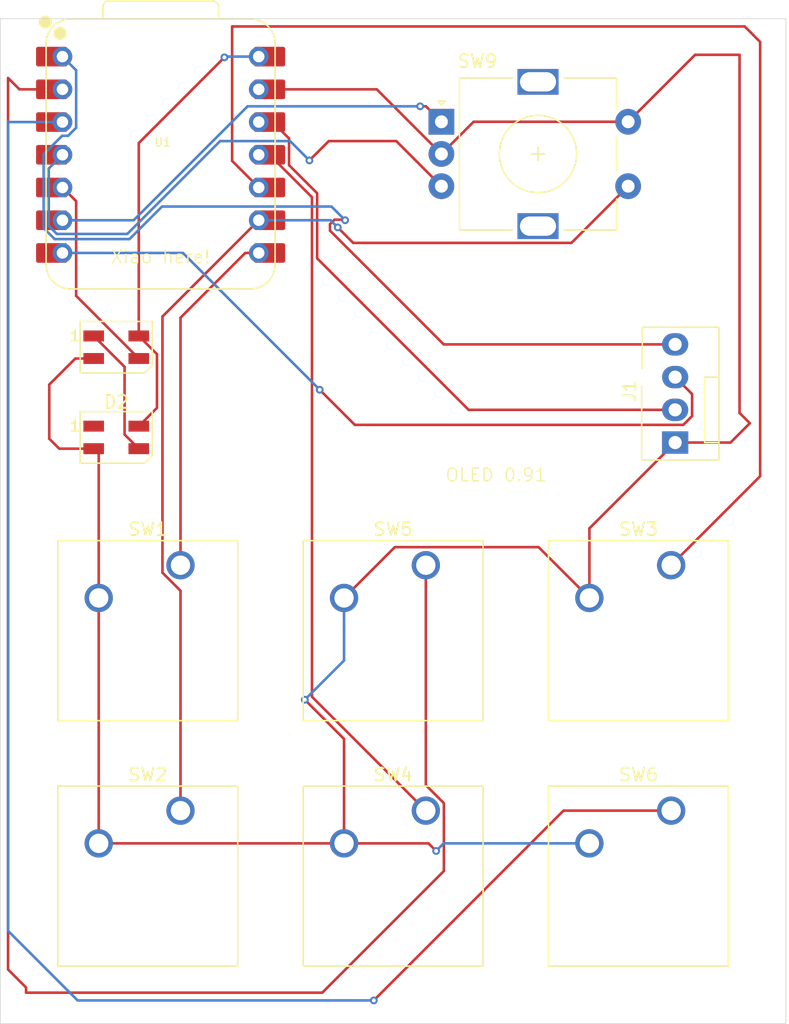
<source format=kicad_pcb>
(kicad_pcb (version 20241229) (generator "pcbnew") (generator_version "9.0")
  (layers (0 "F.Cu" signal) (2 "B.Cu" signal) (13 "F.Paste" user) (15 "B.Paste" user) (5 "F.SilkS" user "F.Silkscreen") (7 "B.SilkS" user "B.Silkscreen") (1 "F.Mask" user) (3 "B.Mask" user) (25 "Edge.Cuts" user))
  (net 0 "")
  (net 1 "+5V")
  (net 2 "GND")
  (net 3 "/SCL")
  (net 4 "Net-(D1-DIN)")
  (net 6 "Net-(U1-GPIO1{slash}RX)")
  (net 7 "Net-(U1-GPIO2{slash}SCK)")
  (net 8 "Net-(U1-GPIO4{slash}MISO)")
  (net 9 "Net-(U1-GPIO3{slash}MOSI)")
  (net 10 "/SDA")
  (net 11 "+3.3V")
  (net 12 "Net-(U1-GPIO27{slash}ADC1{slash}A1)")
  (net 13 "Net-(U1-GPIO28{slash}ADC2{slash}A2)")
  (net 14 "Net-(U1-GPIO29{slash}ADC3{slash}A3)")
  (net 15 "Net-(U1-GPIO7{slash}SCL)")
  (net 16 "Net-(D1-DOUT)")
  (footprint "LED_SMD:LED_SK6812MINI_PLCC4_3.5x3.5mm_P1.75mm" (layer "F.Cu") (at 23 46.5)
    (property "Reference" "D2" (at 0 -2.75 0) (layer "F.SilkS"))
    (property "Value" "SK6812MINI")
    (fp_line (start -2.8 -2) (end -2.8 2) (stroke (width 0.12)) (layer "F.SilkS"))
    (fp_line (start -2.8 -2) (end 2.8 -2) (stroke (width 0.12)) (layer "F.SilkS"))
    (fp_line (start -2.8 2) (end 2.2 2) (stroke (width 0.12)) (layer "F.SilkS"))
    (fp_line (start 2.8 1.4) (end 2.2 2) (stroke (width 0.12)) (layer "F.SilkS"))
    (fp_line (start 2.8 1.4) (end 2.8 -2) (stroke (width 0.12)) (layer "F.SilkS"))
    (fp_text user "1" (at -3.2 -0.875 0) (layer "F.SilkS") (effects (font (size 0.8 0.8))))
    (pad "1" smd rect (at -1.75 -0.875) (size 1.6 0.85) (layers "F.Cu" "F.Mask" "F.Paste"))
    (pad "2" smd rect (at -1.75 0.875) (size 1.6 0.85) (layers "F.Cu" "F.Mask" "F.Paste") (net 2 "GND"))
    (pad "3" smd rect (at 1.75 0.875) (size 1.6 0.85) (layers "F.Cu" "F.Mask" "F.Paste") (net 16 "Net-(D1-DOUT)"))
    (pad "4" smd rect (at 1.75 -0.875) (size 1.6 0.85) (layers "F.Cu" "F.Mask" "F.Paste") (net 1 "+5V"))
  )
  (footprint "Rotary_Encoder:RotaryEncoder_Alps_EC11E-Switch_Vertical_H20mm" (layer "F.Cu") (at 48.25 22)
    (property "Reference" "SW9" (at 2.8 -4.7 0) (layer "F.SilkS"))
    (property "Value" "RotaryEncoder_Switch")
    (fp_line (start -0.3 -1.6) (end 0.3 -1.6) (stroke (width 0.12)) (layer "F.SilkS"))
    (fp_line (start 0 -1.3) (end -0.3 -1.6) (stroke (width 0.12)) (layer "F.SilkS"))
    (fp_line (start 0.3 -1.6) (end 0 -1.3) (stroke (width 0.12)) (layer "F.SilkS"))
    (fp_line (start 1.4 -3.4) (end 1.4 8.4) (stroke (width 0.12)) (layer "F.SilkS"))
    (fp_line (start 5.5 -3.4) (end 1.4 -3.4) (stroke (width 0.12)) (layer "F.SilkS"))
    (fp_line (start 5.5 8.4) (end 1.4 8.4) (stroke (width 0.12)) (layer "F.SilkS"))
    (fp_line (start 7 2.5) (end 8 2.5) (stroke (width 0.12)) (layer "F.SilkS"))
    (fp_line (start 7.5 2) (end 7.5 3) (stroke (width 0.12)) (layer "F.SilkS"))
    (fp_line (start 9.5 -3.4) (end 13.6 -3.4) (stroke (width 0.12)) (layer "F.SilkS"))
    (fp_line (start 13.6 -3.4) (end 13.6 -1) (stroke (width 0.12)) (layer "F.SilkS"))
    (fp_line (start 13.6 1.2) (end 13.6 3.8) (stroke (width 0.12)) (layer "F.SilkS"))
    (fp_line (start 13.6 6) (end 13.6 8.4) (stroke (width 0.12)) (layer "F.SilkS"))
    (fp_line (start 13.6 8.4) (end 9.5 8.4) (stroke (width 0.12)) (layer "F.SilkS"))
    (fp_circle (center 7.5 2.5) (end 10.5 2.5) (stroke (width 0.12)) (fill no) (layer "F.SilkS"))
    (pad "A" thru_hole rect (at 0 0) (size 2 2) (drill 1) (layers "*.Cu" "*.Mask") (net 15 "Net-(U1-GPIO7{slash}SCL)"))
    (pad "B" thru_hole circle (at 0 5) (size 2 2) (drill 1) (layers "*.Cu" "*.Mask") (net 14 "Net-(U1-GPIO29{slash}ADC3{slash}A3)"))
    (pad "C" thru_hole circle (at 0 2.5) (size 2 2) (drill 1) (layers "*.Cu" "*.Mask") (net 2 "GND"))
    (pad "MP" thru_hole rect (at 7.5 -3.1) (size 3.2 2) (drill oval 2.8 1.5) (layers "*.Cu" "*.Mask"))
    (pad "MP" thru_hole rect (at 7.5 8.1) (size 3.2 2) (drill oval 2.8 1.5) (layers "*.Cu" "*.Mask"))
    (pad "S1" thru_hole circle (at 14.5 5) (size 2 2) (drill 1) (layers "*.Cu" "*.Mask") (net 7 "Net-(U1-GPIO2{slash}SCK)"))
    (pad "S2" thru_hole circle (at 14.5 0) (size 2 2) (drill 1) (layers "*.Cu" "*.Mask") (net 2 "GND"))
  )
  (footprint "LED_SMD:LED_SK6812MINI_PLCC4_3.5x3.5mm_P1.75mm" (layer "F.Cu") (at 23 39.5)
    (property "Reference" "D1" (hide yes))
    (property "Value" "SK6812MINI")
    (fp_line (start -2.8 -2) (end -2.8 2) (stroke (width 0.12)) (layer "F.SilkS"))
    (fp_line (start -2.8 -2) (end 2.8 -2) (stroke (width 0.12)) (layer "F.SilkS"))
    (fp_line (start -2.8 2) (end 2.2 2) (stroke (width 0.12)) (layer "F.SilkS"))
    (fp_line (start 2.8 1.4) (end 2.2 2) (stroke (width 0.12)) (layer "F.SilkS"))
    (fp_line (start 2.8 1.4) (end 2.8 -2) (stroke (width 0.12)) (layer "F.SilkS"))
    (fp_text user "1" (at -3.2 -0.875 0) (layer "F.SilkS") (effects (font (size 0.8 0.8))))
    (pad "1" smd rect (at -1.75 -0.875) (size 1.6 0.85) (layers "F.Cu" "F.Mask" "F.Paste") (net 16 "Net-(D1-DOUT)"))
    (pad "2" smd rect (at -1.75 0.875) (size 1.6 0.85) (layers "F.Cu" "F.Mask" "F.Paste") (net 2 "GND"))
    (pad "3" smd rect (at 1.75 0.875) (size 1.6 0.85) (layers "F.Cu" "F.Mask" "F.Paste") (net 4 "Net-(D1-DIN)"))
    (pad "4" smd rect (at 1.75 -0.875) (size 1.6 0.85) (layers "F.Cu" "F.Mask" "F.Paste") (net 1 "+5V"))
  )
  (footprint "Button_Switch_Keyboard:SW_Cherry_MX_1.00u_PCB" (layer "F.Cu") (at 27.99 75.47)
    (property "Reference" "SW2" (at -2.54 -2.794 0) (layer "F.SilkS"))
    (property "Value" "SW_Push" (hide yes))
    (fp_line (start -9.525 -1.905) (end 4.445 -1.905) (stroke (width 0.12)) (layer "F.SilkS"))
    (fp_line (start -9.525 12.065) (end -9.525 -1.905) (stroke (width 0.12)) (layer "F.SilkS"))
    (fp_line (start 4.445 -1.905) (end 4.445 12.065) (stroke (width 0.12)) (layer "F.SilkS"))
    (fp_line (start 4.445 12.065) (end -9.525 12.065) (stroke (width 0.12)) (layer "F.SilkS"))
    (pad "" np_thru_hole circle (at -7.62 5.08) (size 1.7 1.7) (drill 1.7) (layers "*.Cu" "*.Mask"))
    (pad "" np_thru_hole circle (at -2.54 5.08) (size 4 4) (drill 4) (layers "*.Cu" "*.Mask"))
    (pad "" np_thru_hole circle (at 2.54 5.08) (size 1.7 1.7) (drill 1.7) (layers "*.Cu" "*.Mask"))
    (pad "1" thru_hole circle (at 0 0) (size 2.2 2.2) (drill 1.5) (layers "*.Cu" "*.Mask") (net 7 "Net-(U1-GPIO2{slash}SCK)"))
    (pad "2" thru_hole circle (at -6.35 2.54) (size 2.2 2.2) (drill 1.5) (layers "*.Cu" "*.Mask") (net 2 "GND"))
  )
  (footprint "Button_Switch_Keyboard:SW_Cherry_MX_1.00u_PCB" (layer "F.Cu") (at 47.04 56.42)
    (property "Reference" "SW5" (at -2.54 -2.794 0) (layer "F.SilkS"))
    (property "Value" "SW_Push" (hide yes))
    (fp_line (start -9.525 -1.905) (end 4.445 -1.905) (stroke (width 0.12)) (layer "F.SilkS"))
    (fp_line (start -9.525 12.065) (end -9.525 -1.905) (stroke (width 0.12)) (layer "F.SilkS"))
    (fp_line (start 4.445 -1.905) (end 4.445 12.065) (stroke (width 0.12)) (layer "F.SilkS"))
    (fp_line (start 4.445 12.065) (end -9.525 12.065) (stroke (width 0.12)) (layer "F.SilkS"))
    (pad "" np_thru_hole circle (at -7.62 5.08) (size 1.7 1.7) (drill 1.7) (layers "*.Cu" "*.Mask"))
    (pad "" np_thru_hole circle (at -2.54 5.08) (size 4 4) (drill 4) (layers "*.Cu" "*.Mask"))
    (pad "" np_thru_hole circle (at 2.54 5.08) (size 1.7 1.7) (drill 1.7) (layers "*.Cu" "*.Mask"))
    (pad "1" thru_hole circle (at 0 0) (size 2.2 2.2) (drill 1.5) (layers "*.Cu" "*.Mask") (net 12 "Net-(U1-GPIO27{slash}ADC1{slash}A1)"))
    (pad "2" thru_hole circle (at -6.35 2.54) (size 2.2 2.2) (drill 1.5) (layers "*.Cu" "*.Mask") (net 2 "GND"))
  )
  (footprint "Button_Switch_Keyboard:SW_Cherry_MX_1.00u_PCB" (layer "F.Cu") (at 66.09 75.47)
    (property "Reference" "SW6" (at -2.54 -2.794 0) (layer "F.SilkS"))
    (property "Value" "SW_Push" (hide yes))
    (fp_line (start -9.525 -1.905) (end 4.445 -1.905) (stroke (width 0.12)) (layer "F.SilkS"))
    (fp_line (start -9.525 12.065) (end -9.525 -1.905) (stroke (width 0.12)) (layer "F.SilkS"))
    (fp_line (start 4.445 -1.905) (end 4.445 12.065) (stroke (width 0.12)) (layer "F.SilkS"))
    (fp_line (start 4.445 12.065) (end -9.525 12.065) (stroke (width 0.12)) (layer "F.SilkS"))
    (pad "" np_thru_hole circle (at -7.62 5.08) (size 1.7 1.7) (drill 1.7) (layers "*.Cu" "*.Mask"))
    (pad "" np_thru_hole circle (at -2.54 5.08) (size 4 4) (drill 4) (layers "*.Cu" "*.Mask"))
    (pad "" np_thru_hole circle (at 2.54 5.08) (size 1.7 1.7) (drill 1.7) (layers "*.Cu" "*.Mask"))
    (pad "1" thru_hole circle (at 0 0) (size 2.2 2.2) (drill 1.5) (layers "*.Cu" "*.Mask") (net 13 "Net-(U1-GPIO28{slash}ADC2{slash}A2)"))
    (pad "2" thru_hole circle (at -6.35 2.54) (size 2.2 2.2) (drill 1.5) (layers "*.Cu" "*.Mask") (net 2 "GND"))
  )
  (footprint "Button_Switch_Keyboard:SW_Cherry_MX_1.00u_PCB" (layer "F.Cu") (at 27.99 56.42)
    (property "Reference" "SW1" (at -2.54 -2.794 0) (layer "F.SilkS"))
    (property "Value" "SW_Push" (hide yes))
    (fp_line (start -9.525 -1.905) (end 4.445 -1.905) (stroke (width 0.12)) (layer "F.SilkS"))
    (fp_line (start -9.525 12.065) (end -9.525 -1.905) (stroke (width 0.12)) (layer "F.SilkS"))
    (fp_line (start 4.445 -1.905) (end 4.445 12.065) (stroke (width 0.12)) (layer "F.SilkS"))
    (fp_line (start 4.445 12.065) (end -9.525 12.065) (stroke (width 0.12)) (layer "F.SilkS"))
    (pad "" np_thru_hole circle (at -7.62 5.08) (size 1.7 1.7) (drill 1.7) (layers "*.Cu" "*.Mask"))
    (pad "" np_thru_hole circle (at -2.54 5.08) (size 4 4) (drill 4) (layers "*.Cu" "*.Mask"))
    (pad "" np_thru_hole circle (at 2.54 5.08) (size 1.7 1.7) (drill 1.7) (layers "*.Cu" "*.Mask"))
    (pad "1" thru_hole circle (at 0 0) (size 2.2 2.2) (drill 1.5) (layers "*.Cu" "*.Mask") (net 6 "Net-(U1-GPIO1{slash}RX)"))
    (pad "2" thru_hole circle (at -6.35 2.54) (size 2.2 2.2) (drill 1.5) (layers "*.Cu" "*.Mask") (net 2 "GND"))
  )
  (footprint "Footprint Macro Lib:XIAO-RP2040-DIP" (layer "F.Cu") (at 26.446 24.5625)
    (property "Reference" "U1" (at 0.154 -0.9625 0) (layer "F.SilkS") (effects (font (size 0.635 0.635) (thickness 0.1016))))
    (property "Value" "XIAO-RP2040-DIP")
    (fp_line (start -8.89 8.509) (end -8.89 -8.636) (stroke (width 0.127)) (layer "F.SilkS"))
    (fp_line (start -6.985 10.414) (end 6.985 10.414) (stroke (width 0.127)) (layer "F.SilkS"))
    (fp_line (start -4.495 -10.541) (end -4.491272 -11.451272) (stroke (width 0.127)) (layer "F.SilkS"))
    (fp_line (start -3.991272 -11.951) (end 4.004 -11.951) (stroke (width 0.127)) (layer "F.SilkS"))
    (fp_line (start 4.504 -11.451) (end 4.504 -10.541) (stroke (width 0.127)) (layer "F.SilkS"))
    (fp_line (start 6.985 -10.541) (end -6.985 -10.541) (stroke (width 0.1)) (layer "F.SilkS"))
    (fp_line (start 6.985 -10.541) (end -6.985 -10.541) (stroke (width 0.127)) (layer "F.SilkS"))
    (fp_line (start 8.89 8.509) (end 8.89 -8.636) (stroke (width 0.127)) (layer "F.SilkS"))
    (fp_arc (start -8.89 -8.636) (mid -8.332038 -9.983038) (end -6.985 -10.541) (stroke (width 0.127)) (layer "F.SilkS"))
    (fp_arc (start -6.985 10.414) (mid -8.332038 9.856038) (end -8.89 8.509) (stroke (width 0.127)) (layer "F.SilkS"))
    (fp_arc (start -4.491272 -11.451272) (mid -4.344728 -11.80464) (end -3.991272 -11.951) (stroke (width 0.127)) (layer "F.SilkS"))
    (fp_arc (start 4.004 -11.951) (mid 4.357553 -11.804553) (end 4.504 -11.451) (stroke (width 0.127)) (layer "F.SilkS"))
    (fp_arc (start 6.985 -10.541) (mid 8.332038 -9.983038) (end 8.89 -8.636) (stroke (width 0.127)) (layer "F.SilkS"))
    (fp_arc (start 8.89 8.509) (mid 8.332038 9.856038) (end 6.985 10.414) (stroke (width 0.127)) (layer "F.SilkS"))
    (fp_circle (center -8.95 -10.3) (end -8.95 -10.554) (stroke (width 0.5)) (fill yes) (layer "F.SilkS"))
    (fp_circle (center -7.807 -9.42) (end -7.807 -9.674) (stroke (width 0.5)) (fill yes) (layer "F.SilkS"))
    (pad "1" smd roundrect (at -8.455 -7.62 180) (size 2.432 1.524) (layers "F.Cu" "F.Mask") (roundrect_rratio 0.1) (net 10 "/SDA"))
    (pad "1" thru_hole circle (at -7.62 -7.62 180) (size 1.524 1.524) (drill 0.889) (layers "*.Cu" "*.Mask") (net 10 "/SDA"))
    (pad "2" smd roundrect (at -8.455 -5.08 180) (size 2.432 1.524) (layers "F.Cu" "F.Mask") (roundrect_rratio 0.1) (net 12 "Net-(U1-GPIO27{slash}ADC1{slash}A1)"))
    (pad "2" thru_hole circle (at -7.62 -5.08 180) (size 1.524 1.524) (drill 0.889) (layers "*.Cu" "*.Mask") (net 12 "Net-(U1-GPIO27{slash}ADC1{slash}A1)"))
    (pad "3" smd roundrect (at -8.455 -2.54 180) (size 2.432 1.524) (layers "F.Cu" "F.Mask") (roundrect_rratio 0.1) (net 13 "Net-(U1-GPIO28{slash}ADC2{slash}A2)"))
    (pad "3" thru_hole circle (at -7.62 -2.54 180) (size 1.524 1.524) (drill 0.889) (layers "*.Cu" "*.Mask") (net 13 "Net-(U1-GPIO28{slash}ADC2{slash}A2)"))
    (pad "4" smd roundrect (at -8.455 0 180) (size 2.432 1.524) (layers "F.Cu" "F.Mask") (roundrect_rratio 0.1) (net 14 "Net-(U1-GPIO29{slash}ADC3{slash}A3)"))
    (pad "4" thru_hole circle (at -7.62 0 180) (size 1.524 1.524) (drill 0.889) (layers "*.Cu" "*.Mask") (net 14 "Net-(U1-GPIO29{slash}ADC3{slash}A3)"))
    (pad "5" smd roundrect (at -8.455 2.54 180) (size 2.432 1.524) (layers "F.Cu" "F.Mask") (roundrect_rratio 0.1) (net 4 "Net-(D1-DIN)"))
    (pad "5" thru_hole circle (at -7.62 2.54 180) (size 1.524 1.524) (drill 0.889) (layers "*.Cu" "*.Mask") (net 4 "Net-(D1-DIN)"))
    (pad "6" smd roundrect (at -8.455 5.08 180) (size 2.432 1.524) (layers "F.Cu" "F.Mask") (roundrect_rratio 0.1) (net 15 "Net-(U1-GPIO7{slash}SCL)"))
    (pad "6" thru_hole circle (at -7.62 5.08 180) (size 1.524 1.524) (drill 0.889) (layers "*.Cu" "*.Mask") (net 15 "Net-(U1-GPIO7{slash}SCL)"))
    (pad "7" smd roundrect (at -8.455 7.62 180) (size 2.432 1.524) (layers "F.Cu" "F.Mask") (roundrect_rratio 0.1) (net 3 "/SCL"))
    (pad "7" thru_hole circle (at -7.62 7.62 180) (size 1.524 1.524) (drill 0.889) (layers "*.Cu" "*.Mask") (net 3 "/SCL"))
    (pad "8" thru_hole circle (at 7.62 7.62) (size 1.524 1.524) (drill 0.889) (layers "*.Cu" "*.Mask") (net 6 "Net-(U1-GPIO1{slash}RX)"))
    (pad "8" smd roundrect (at 8.455 7.62) (size 2.432 1.524) (layers "F.Cu" "F.Mask") (roundrect_rratio 0.1) (net 6 "Net-(U1-GPIO1{slash}RX)"))
    (pad "9" thru_hole circle (at 7.62 5.08) (size 1.524 1.524) (drill 0.889) (layers "*.Cu" "*.Mask") (net 7 "Net-(U1-GPIO2{slash}SCK)"))
    (pad "9" smd roundrect (at 8.455 5.08) (size 2.432 1.524) (layers "F.Cu" "F.Mask") (roundrect_rratio 0.1) (net 7 "Net-(U1-GPIO2{slash}SCK)"))
    (pad "10" thru_hole circle (at 7.62 2.54) (size 1.524 1.524) (drill 0.889) (layers "*.Cu" "*.Mask") (net 8 "Net-(U1-GPIO4{slash}MISO)"))
    (pad "10" smd roundrect (at 8.455 2.54) (size 2.432 1.524) (layers "F.Cu" "F.Mask") (roundrect_rratio 0.1) (net 8 "Net-(U1-GPIO4{slash}MISO)"))
    (pad "11" thru_hole circle (at 7.62 0) (size 1.524 1.524) (drill 0.889) (layers "*.Cu" "*.Mask") (net 9 "Net-(U1-GPIO3{slash}MOSI)"))
    (pad "11" smd roundrect (at 8.455 0) (size 2.432 1.524) (layers "F.Cu" "F.Mask") (roundrect_rratio 0.1) (net 9 "Net-(U1-GPIO3{slash}MOSI)"))
    (pad "12" thru_hole circle (at 7.62 -2.54) (size 1.524 1.524) (drill 0.889) (layers "*.Cu" "*.Mask") (net 11 "+3.3V"))
    (pad "12" smd roundrect (at 8.455 -2.54) (size 2.432 1.524) (layers "F.Cu" "F.Mask") (roundrect_rratio 0.1) (net 11 "+3.3V"))
    (pad "13" thru_hole circle (at 7.62 -5.08) (size 1.524 1.524) (drill 0.889) (layers "*.Cu" "*.Mask") (net 2 "GND"))
    (pad "13" smd roundrect (at 8.455 -5.08) (size 2.432 1.524) (layers "F.Cu" "F.Mask") (roundrect_rratio 0.1) (net 2 "GND"))
    (pad "14" thru_hole circle (at 7.62 -7.62) (size 1.524 1.524) (drill 0.889) (layers "*.Cu" "*.Mask") (net 1 "+5V"))
    (pad "14" smd roundrect (at 8.455 -7.62) (size 2.432 1.524) (layers "F.Cu" "F.Mask") (roundrect_rratio 0.1) (net 1 "+5V"))
  )
  (footprint "Button_Switch_Keyboard:SW_Cherry_MX_1.00u_PCB" (layer "F.Cu") (at 66.09 56.42)
    (property "Reference" "SW3" (at -2.54 -2.794 0) (layer "F.SilkS"))
    (property "Value" "SW_Push" (hide yes))
    (fp_line (start -9.525 -1.905) (end 4.445 -1.905) (stroke (width 0.12)) (layer "F.SilkS"))
    (fp_line (start -9.525 12.065) (end -9.525 -1.905) (stroke (width 0.12)) (layer "F.SilkS"))
    (fp_line (start 4.445 -1.905) (end 4.445 12.065) (stroke (width 0.12)) (layer "F.SilkS"))
    (fp_line (start 4.445 12.065) (end -9.525 12.065) (stroke (width 0.12)) (layer "F.SilkS"))
    (pad "" np_thru_hole circle (at -7.62 5.08) (size 1.7 1.7) (drill 1.7) (layers "*.Cu" "*.Mask"))
    (pad "" np_thru_hole circle (at -2.54 5.08) (size 4 4) (drill 4) (layers "*.Cu" "*.Mask"))
    (pad "" np_thru_hole circle (at 2.54 5.08) (size 1.7 1.7) (drill 1.7) (layers "*.Cu" "*.Mask"))
    (pad "1" thru_hole circle (at 0 0) (size 2.2 2.2) (drill 1.5) (layers "*.Cu" "*.Mask") (net 8 "Net-(U1-GPIO4{slash}MISO)"))
    (pad "2" thru_hole circle (at -6.35 2.54) (size 2.2 2.2) (drill 1.5) (layers "*.Cu" "*.Mask") (net 2 "GND"))
  )
  (footprint "Button_Switch_Keyboard:SW_Cherry_MX_1.00u_PCB" (layer "F.Cu") (at 47.04 75.47)
    (property "Reference" "SW4" (at -2.54 -2.794 0) (layer "F.SilkS"))
    (property "Value" "SW_Push" (hide yes))
    (fp_line (start -9.525 -1.905) (end 4.445 -1.905) (stroke (width 0.12)) (layer "F.SilkS"))
    (fp_line (start -9.525 12.065) (end -9.525 -1.905) (stroke (width 0.12)) (layer "F.SilkS"))
    (fp_line (start 4.445 -1.905) (end 4.445 12.065) (stroke (width 0.12)) (layer "F.SilkS"))
    (fp_line (start 4.445 12.065) (end -9.525 12.065) (stroke (width 0.12)) (layer "F.SilkS"))
    (pad "" np_thru_hole circle (at -7.62 5.08) (size 1.7 1.7) (drill 1.7) (layers "*.Cu" "*.Mask"))
    (pad "" np_thru_hole circle (at -2.54 5.08) (size 4 4) (drill 4) (layers "*.Cu" "*.Mask"))
    (pad "" np_thru_hole circle (at 2.54 5.08) (size 1.7 1.7) (drill 1.7) (layers "*.Cu" "*.Mask"))
    (pad "1" thru_hole circle (at 0 0) (size 2.2 2.2) (drill 1.5) (layers "*.Cu" "*.Mask") (net 9 "Net-(U1-GPIO3{slash}MOSI)"))
    (pad "2" thru_hole circle (at -6.35 2.54) (size 2.2 2.2) (drill 1.5) (layers "*.Cu" "*.Mask") (net 2 "GND"))
  )
  (footprint "Connector:FanPinHeader_1x04_P2.54mm_Vertical" (layer "F.Cu") (at 66.4 46.9 90)
    (property "Reference" "J1" (at 4 -3.55 90) (layer "F.SilkS"))
    (property "Value" "Conn_01x04")
    (fp_line (start -1.35 -2.6) (end 4.4 -2.6) (stroke (width 0.12)) (layer "F.SilkS"))
    (fp_line (start 8.95 -2.55) (end 8.95 3.4) (stroke (width 0.12)) (layer "F.SilkS"))
    (fp_line (start 5.75 -2.55) (end 8.95 -2.55) (stroke (width 0.12)) (layer "F.SilkS"))
    (fp_line (start 5.08 2.29) (end 5.08 3.3) (stroke (width 0.12)) (layer "F.SilkS"))
    (fp_line (start 0 2.29) (end 5.08 2.29) (stroke (width 0.12)) (layer "F.SilkS"))
    (fp_line (start 0 3.3) (end 0 2.29) (stroke (width 0.12)) (layer "F.SilkS"))
    (fp_line (start 8.95 3.4) (end -1.35 3.4) (stroke (width 0.12)) (layer "F.SilkS"))
    (fp_line (start -1.35 3.4) (end -1.35 -2.6) (stroke (width 0.12)) (layer "F.SilkS"))
    (pad "" np_thru_hole circle (at 5.08 -2.16 180) (size 1.1 1.1) (drill 1.1) (layers "*.Cu" "*.Mask"))
    (pad "1" thru_hole rect (at 0 0 180) (size 2.03 1.73) (drill 1.02) (layers "*.Cu" "*.Mask") (net 2 "GND"))
    (pad "2" thru_hole oval (at 2.54 0 180) (size 2.03 1.73) (drill 1.02) (layers "*.Cu" "*.Mask") (net 11 "+3.3V"))
    (pad "3" thru_hole oval (at 5.08 0 180) (size 2.03 1.73) (drill 1.02) (layers "*.Cu" "*.Mask") (net 3 "/SCL"))
    (pad "4" thru_hole oval (at 7.62 0 180) (size 2.03 1.73) (drill 1.02) (layers "*.Cu" "*.Mask") (net 10 "/SDA"))
  )
  (gr_rect (start 14 14) (end 75 92) (stroke (width 0.05)) (fill no) (layer "Edge.Cuts"))
  (gr_text "OLED 0.91" (at 48.5 50 0) (layer "F.SilkS") (effects (font (size 1 1) (thickness 0.1)) (justify left bottom)))
  (gr_text "Xiao here!" (at 22.5 33.0715 0) (layer "F.SilkS") (effects (font (size 1 1) (thickness 0.1)) (justify left bottom)))
  (segment (start 24.75 45.625) (end 26.163 44.212) (width 0.2) (layer "F.Cu") (net 1))
  (segment (start 26.163 44.212) (end 26.163 40.038) (width 0.2) (layer "F.Cu") (net 1))
  (segment (start 24.75 38.625) (end 24.75 23.65) (width 0.2) (layer "F.Cu") (net 1))
  (segment (start 26.163 40.038) (end 24.75 38.625) (width 0.2) (layer "F.Cu") (net 1))
  (segment (start 24.75 23.65) (end 31.4 17) (width 0.2) (layer "F.Cu") (net 1))
  (via (at 31.4 17) (size 0.6) (drill 0.3) (layers "F.Cu" "B.Cu") (net 1))
  (segment (start 31.4 17) (end 31.4575 16.9425) (width 0.2) (layer "B.Cu") (net 1))
  (segment (start 31.4575 16.9425) (end 34.066 16.9425) (width 0.2) (layer "B.Cu") (net 1))
  (segment (start 59.74 58.96) (end 59.74 53.56) (width 0.2) (layer "F.Cu") (net 2))
  (segment (start 19.825 40.375) (end 21.25 40.375) (width 0.2) (layer "F.Cu") (net 2))
  (segment (start 71.4 16.8) (end 67.95 16.8) (width 0.2) (layer "F.Cu") (net 2))
  (segment (start 21.64 58.96) (end 21.64 47.765) (width 0.2) (layer "F.Cu") (net 2))
  (segment (start 21.64 58.96) (end 21.64 78.01) (width 0.2) (layer "F.Cu") (net 2))
  (segment (start 40.69 78.01) (end 47.2 78.01) (width 0.2) (layer "F.Cu") (net 2))
  (segment (start 48.25 24.5) (end 43.2325 19.4825) (width 0.2) (layer "F.Cu") (net 2))
  (segment (start 66.4 46.9) (end 70.7 46.9) (width 0.2) (layer "F.Cu") (net 2))
  (segment (start 43.2325 19.4825) (end 34.901 19.4825) (width 0.2) (layer "F.Cu") (net 2))
  (segment (start 47.2 78.01) (end 47.251 78.01) (width 0.2) (layer "F.Cu") (net 2))
  (segment (start 21.25 47.375) (end 18.575 47.375) (width 0.2) (layer "F.Cu") (net 2))
  (segment (start 59.74 53.56) (end 66.4 46.9) (width 0.2) (layer "F.Cu") (net 2))
  (segment (start 40.69 78.01) (end 40.69 69.903939) (width 0.2) (layer "F.Cu") (net 2))
  (segment (start 55.799 55.019) (end 59.74 58.96) (width 0.2) (layer "F.Cu") (net 2))
  (segment (start 21.64 78.01) (end 40.69 78.01) (width 0.2) (layer "F.Cu") (net 2))
  (segment (start 40.69 58.96) (end 44.631 55.019) (width 0.2) (layer "F.Cu") (net 2))
  (segment (start 48.25 24.5) (end 50.75 22) (width 0.2) (layer "F.Cu") (net 2))
  (segment (start 70.7 46.9) (end 72.2 45.4) (width 0.2) (layer "F.Cu") (net 2))
  (segment (start 21.64 47.765) (end 21.25 47.375) (width 0.2) (layer "F.Cu") (net 2))
  (segment (start 71.4 44.6) (end 71.4 16.8) (width 0.2) (layer "F.Cu") (net 2))
  (segment (start 18.575 47.375) (end 17.8 46.6) (width 0.2) (layer "F.Cu") (net 2))
  (segment (start 17.8 42.4) (end 19.825 40.375) (width 0.2) (layer "F.Cu") (net 2))
  (segment (start 40.69 69.903939) (end 37.645672 66.859611) (width 0.2) (layer "F.Cu") (net 2))
  (segment (start 44.631 55.019) (end 55.799 55.019) (width 0.2) (layer "F.Cu") (net 2))
  (segment (start 72.2 45.4) (end 71.4 44.6) (width 0.2) (layer "F.Cu") (net 2))
  (segment (start 17.8 46.6) (end 17.8 42.4) (width 0.2) (layer "F.Cu") (net 2))
  (segment (start 67.95 16.8) (end 62.75 22) (width 0.2) (layer "F.Cu") (net 2))
  (segment (start 47.251 78.01) (end 47.841 78.6) (width 0.2) (layer "F.Cu") (net 2))
  (segment (start 50.75 22) (end 62.75 22) (width 0.2) (layer "F.Cu") (net 2))
  (via (at 37.645672 66.859611) (size 0.6) (drill 0.3) (layers "F.Cu" "B.Cu") (net 2))
  (via (at 47.841 78.6) (size 0.6) (drill 0.3) (layers "F.Cu" "B.Cu") (net 2))
  (segment (start 40.69 63.815283) (end 40.69 58.96) (width 0.2) (layer "B.Cu") (net 2))
  (segment (start 37.645672 66.859611) (end 40.69 63.815283) (width 0.2) (layer "B.Cu") (net 2))
  (segment (start 47.841 78.6) (end 48.431 78.01) (width 0.2) (layer "B.Cu") (net 2))
  (segment (start 48.431 78.01) (end 59.74 78.01) (width 0.2) (layer "B.Cu") (net 2))
  (segment (start 66.4 41.82) (end 67.716 43.136) (width 0.2) (layer "F.Cu") (net 3))
  (segment (start 67.032973 45.526) (end 41.525 45.526) (width 0.2) (layer "F.Cu") (net 3))
  (segment (start 67.716 43.136) (end 67.716 44.842973) (width 0.2) (layer "F.Cu") (net 3))
  (segment (start 41.525 45.526) (end 38.8 42.801) (width 0.2) (layer "F.Cu") (net 3))
  (segment (start 67.716 44.842973) (end 67.032973 45.526) (width 0.2) (layer "F.Cu") (net 3))
  (via (at 38.8 42.801) (size 0.6) (drill 0.3) (layers "F.Cu" "B.Cu") (net 3))
  (segment (start 28.1815 32.1825) (end 18.826 32.1825) (width 0.2) (layer "B.Cu") (net 3))
  (segment (start 38.8 42.801) (end 28.1815 32.1825) (width 0.2) (layer "B.Cu") (net 3))
  (segment (start 19.889 35.514) (end 19.889 28.1655) (width 0.2) (layer "F.Cu") (net 4))
  (segment (start 19.889 28.1655) (end 18.826 27.1025) (width 0.2) (layer "F.Cu") (net 4))
  (segment (start 24.75 40.375) (end 19.889 35.514) (width 0.2) (layer "F.Cu") (net 4))
  (segment (start 33.0175 32.1825) (end 34.901 32.1825) (width 0.2) (layer "F.Cu") (net 6))
  (segment (start 27.99 56.42) (end 27.99 37.21) (width 0.2) (layer "F.Cu") (net 6))
  (segment (start 27.99 37.21) (end 33.0175 32.1825) (width 0.2) (layer "F.Cu") (net 6))
  (segment (start 26.589 37.1195) (end 34.066 29.6425) (width 0.2) (layer "F.Cu") (net 7))
  (segment (start 27.99 58.401314) (end 26.589 57.000314) (width 0.2) (layer "F.Cu") (net 7))
  (segment (start 26.589 57.000314) (end 26.589 37.1195) (width 0.2) (layer "F.Cu") (net 7))
  (segment (start 41.4 31.4) (end 40.2 30.2) (width 0.2) (layer "F.Cu") (net 7))
  (segment (start 27.99 75.47) (end 27.99 58.401314) (width 0.2) (layer "F.Cu") (net 7))
  (segment (start 58.35 31.4) (end 41.4 31.4) (width 0.2) (layer "F.Cu") (net 7))
  (segment (start 62.75 27) (end 58.35 31.4) (width 0.2) (layer "F.Cu") (net 7))
  (via (at 40.2 30.2) (size 0.6) (drill 0.3) (layers "F.Cu" "B.Cu") (net 7))
  (segment (start 39.6425 29.6425) (end 34.066 29.6425) (width 0.2) (layer "B.Cu") (net 7))
  (segment (start 40.2 30.2) (end 39.6425 29.6425) (width 0.2) (layer "B.Cu") (net 7))
  (segment (start 32 25.0365) (end 34.066 27.1025) (width 0.2) (layer "F.Cu") (net 8))
  (segment (start 73 15.8) (end 71.801 14.601) (width 0.2) (layer "F.Cu") (net 8))
  (segment (start 66.09 56.42) (end 73 49.51) (width 0.2) (layer "F.Cu") (net 8))
  (segment (start 32 14.601) (end 32 25.0365) (width 0.2) (layer "F.Cu") (net 8))
  (segment (start 73 49.51) (end 73 15.8) (width 0.2) (layer "F.Cu") (net 8))
  (segment (start 71.801 14.601) (end 32 14.601) (width 0.2) (layer "F.Cu") (net 8))
  (segment (start 38.2 66.63) (end 38.2 27.8615) (width 0.2) (layer "F.Cu") (net 9))
  (segment (start 47.04 75.47) (end 38.2 66.63) (width 0.2) (layer "F.Cu") (net 9))
  (segment (start 38.2 27.8615) (end 34.901 24.5625) (width 0.2) (layer "F.Cu") (net 9))
  (segment (start 40.730231 29.599) (end 40.774597 29.643366) (width 0.2) (layer "F.Cu") (net 10))
  (segment (start 48.430057 39.28) (end 39.599 30.448943) (width 0.2) (layer "F.Cu") (net 10))
  (segment (start 39.951057 29.599) (end 40.730231 29.599) (width 0.2) (layer "F.Cu") (net 10))
  (segment (start 39.599 29.951057) (end 39.951057 29.599) (width 0.2) (layer "F.Cu") (net 10))
  (segment (start 39.599 30.448943) (end 39.599 29.951057) (width 0.2) (layer "F.Cu") (net 10))
  (segment (start 66.4 39.28) (end 48.430057 39.28) (width 0.2) (layer "F.Cu") (net 10))
  (via (at 40.774597 29.643366) (size 0.6) (drill 0.3) (layers "F.Cu" "B.Cu") (net 10))
  (segment (start 19.26631 23.0855) (end 19.889 22.46281) (width 0.2) (layer "B.Cu") (net 10))
  (segment (start 26.5547 28.5795) (end 24.0277 31.1065) (width 0.2) (layer "B.Cu") (net 10))
  (segment (start 24.0277 31.1065) (end 18.21959 31.1065) (width 0.2) (layer "B.Cu") (net 10))
  (segment (start 18.21959 31.1065) (end 17.362 30.24891) (width 0.2) (layer "B.Cu") (net 10))
  (segment (start 17.362 30.24891) (end 17.362 24.52319) (width 0.2) (layer "B.Cu") (net 10))
  (segment (start 39.710731 28.5795) (end 26.5547 28.5795) (width 0.2) (layer "B.Cu") (net 10))
  (segment (start 40.774597 29.643366) (end 39.710731 28.5795) (width 0.2) (layer "B.Cu") (net 10))
  (segment (start 17.362 24.52319) (end 18.79969 23.0855) (width 0.2) (layer "B.Cu") (net 10))
  (segment (start 19.889 18.0055) (end 18.826 16.9425) (width 0.2) (layer "B.Cu") (net 10))
  (segment (start 19.889 22.46281) (end 19.889 18.0055) (width 0.2) (layer "B.Cu") (net 10))
  (segment (start 18.79969 23.0855) (end 19.26631 23.0855) (width 0.2) (layer "B.Cu") (net 10))
  (segment (start 35.14363 22.0225) (end 34.066 22.0225) (width 0.2) (layer "F.Cu") (net 11))
  (segment (start 38.601 27.547126) (end 36.418 25.364126) (width 0.2) (layer "F.Cu") (net 11))
  (segment (start 66.4 44.36) (end 50.36 44.36) (width 0.2) (layer "F.Cu") (net 11))
  (segment (start 36.418 25.364126) (end 36.418 23.29687) (width 0.2) (layer "F.Cu") (net 11))
  (segment (start 50.36 44.36) (end 38.601 32.601) (width 0.2) (layer "F.Cu") (net 11))
  (segment (start 38.601 32.601) (end 38.601 27.547126) (width 0.2) (layer "F.Cu") (net 11))
  (segment (start 36.418 23.29687) (end 35.14363 22.0225) (width 0.2) (layer "F.Cu") (net 11))
  (segment (start 14.601 87.801) (end 14.601 18.6) (width 0.2) (layer "F.Cu") (net 12))
  (segment (start 15.4835 19.4825) (end 18.826 19.4825) (width 0.2) (layer "F.Cu") (net 12))
  (segment (start 38.999 89.6) (end 16 89.6) (width 0.2) (layer "F.Cu") (net 12))
  (segment (start 48.441 74.889686) (end 48.441 80.158) (width 0.2) (layer "F.Cu") (net 12))
  (segment (start 16 89.6) (end 16 89.2) (width 0.2) (layer "F.Cu") (net 12))
  (segment (start 47.04 56.42) (end 47.04 73.488686) (width 0.2) (layer "F.Cu") (net 12))
  (segment (start 14.601 18.6) (end 15.4835 19.4825) (width 0.2) (layer "F.Cu") (net 12))
  (segment (start 48.441 80.158) (end 38.999 89.6) (width 0.2) (layer "F.Cu") (net 12))
  (segment (start 16 89.2) (end 14.601 87.801) (width 0.2) (layer "F.Cu") (net 12))
  (segment (start 47.04 73.488686) (end 48.441 74.889686) (width 0.2) (layer "F.Cu") (net 12))
  (segment (start 57.73 75.47) (end 43 90.2) (width 0.2) (layer "F.Cu") (net 13))
  (segment (start 66.09 75.47) (end 57.73 75.47) (width 0.2) (layer "F.Cu") (net 13))
  (via (at 43 90.2) (size 0.6) (drill 0.3) (layers "F.Cu" "B.Cu") (net 13))
  (segment (start 20 90.2) (end 14.601 84.801) (width 0.2) (layer "B.Cu") (net 13))
  (segment (start 14.601 84.801) (end 14.601 22) (width 0.2) (layer "B.Cu") (net 13))
  (segment (start 14.6235 22.0225) (end 18.826 22.0225) (width 0.2) (layer "B.Cu") (net 13))
  (segment (start 14.601 22) (end 14.6235 22.0225) (width 0.2) (layer "B.Cu") (net 13))
  (segment (start 43 90.2) (end 20 90.2) (width 0.2) (layer "B.Cu") (net 13))
  (segment (start 39.5005 23.4995) (end 38 25) (width 0.2) (layer "F.Cu") (net 14))
  (segment (start 44.7495 23.4995) (end 39.5005 23.4995) (width 0.2) (layer "F.Cu") (net 14))
  (segment (start 48.25 27) (end 44.7495 23.4995) (width 0.2) (layer "F.Cu") (net 14))
  (via (at 38 25) (size 0.6) (drill 0.3) (layers "F.Cu" "B.Cu") (net 14))
  (segment (start 18.38569 30.7055) (end 17.763 30.08281) (width 0.2) (layer "B.Cu") (net 14))
  (segment (start 31.0676 23.4995) (end 23.8616 30.7055) (width 0.2) (layer "B.Cu") (net 14))
  (segment (start 38 25) (end 36.4995 23.4995) (width 0.2) (layer "B.Cu") (net 14))
  (segment (start 23.8616 30.7055) (end 18.38569 30.7055) (width 0.2) (layer "B.Cu") (net 14))
  (segment (start 36.4995 23.4995) (end 31.0676 23.4995) (width 0.2) (layer "B.Cu") (net 14))
  (segment (start 17.763 30.08281) (end 17.763 25.6255) (width 0.2) (layer "B.Cu") (net 14))
  (segment (start 17.763 25.6255) (end 18.826 24.5625) (width 0.2) (layer "B.Cu") (net 14))
  (segment (start 48.25 22) (end 47.05 20.8) (width 0.2) (layer "F.Cu") (net 15))
  (segment (start 47.05 20.8) (end 46.6 20.8) (width 0.2) (layer "F.Cu") (net 15))
  (via (at 46.6 20.8) (size 0.6) (drill 0.3) (layers "F.Cu" "B.Cu") (net 15))
  (segment (start 24.3575 29.6425) (end 18.826 29.6425) (width 0.2) (layer "B.Cu") (net 15))
  (segment (start 33.2 20.8) (end 24.3575 29.6425) (width 0.2) (layer "B.Cu") (net 15))
  (segment (start 46.6 20.8) (end 33.2 20.8) (width 0.2) (layer "B.Cu") (net 15))
  (segment (start 24.75 47.375) (end 23.649 46.274) (width 0.2) (layer "F.Cu") (net 16))
  (segment (start 23.649 41.024) (end 21.25 38.625) (width 0.2) (layer "F.Cu") (net 16))
  (segment (start 23.649 46.274) (end 23.649 41.024) (width 0.2) (layer "F.Cu") (net 16))
)
</source>
